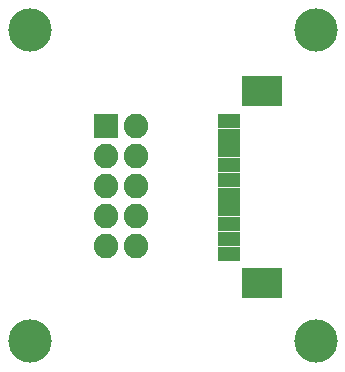
<source format=gbr>
G04 #@! TF.FileFunction,Soldermask,Bot*
%FSLAX46Y46*%
G04 Gerber Fmt 4.6, Leading zero omitted, Abs format (unit mm)*
G04 Created by KiCad (PCBNEW 4.0.6) date 02/07/20 07:53:38*
%MOMM*%
%LPD*%
G01*
G04 APERTURE LIST*
%ADD10C,0.100000*%
%ADD11C,3.663900*%
%ADD12R,2.082800X2.082800*%
%ADD13C,2.082800*%
%ADD14R,1.900000X1.200000*%
%ADD15R,3.500000X2.600000*%
G04 APERTURE END LIST*
D10*
D11*
X100460224Y-57912000D03*
X100460224Y-31572200D03*
X76276200Y-57912000D03*
X76276200Y-31572200D03*
D12*
X82727800Y-39662100D03*
D13*
X85267800Y-39662100D03*
X82727800Y-42202100D03*
X85267800Y-42202100D03*
X82727800Y-44742100D03*
X85267800Y-44742100D03*
X82727800Y-47282100D03*
X85267800Y-47282100D03*
X82727800Y-49822100D03*
X85267800Y-49822100D03*
D14*
X93138400Y-39231400D03*
X93138400Y-40481400D03*
X93138400Y-41731400D03*
X93138400Y-42981400D03*
X93138400Y-44231400D03*
X93138400Y-45481400D03*
X93138400Y-46731400D03*
X93138400Y-47981400D03*
X93138400Y-49231400D03*
X93138400Y-50481400D03*
D15*
X95888400Y-36731400D03*
X95888400Y-52981400D03*
M02*

</source>
